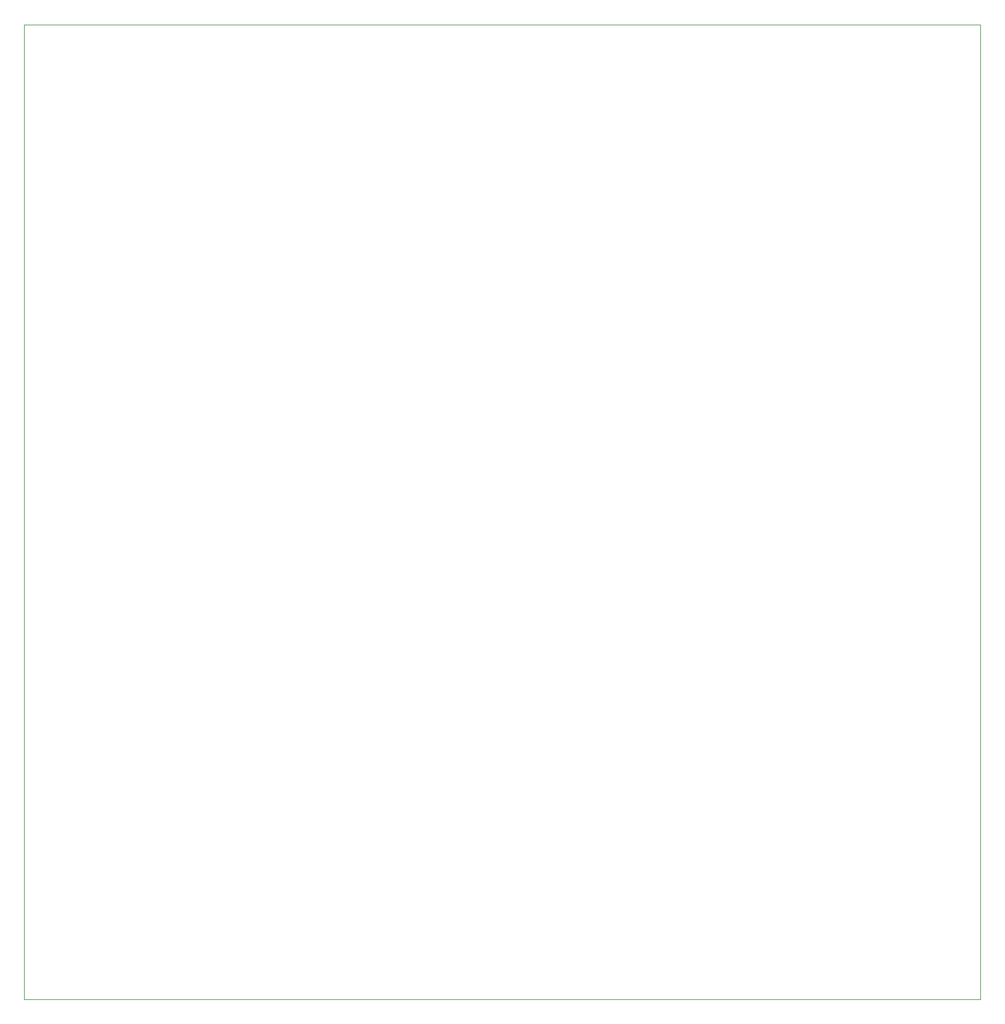
<source format=gko>
G04 #@! TF.FileFunction,Profile,NP*
%FSLAX46Y46*%
G04 Gerber Fmt 4.6, Leading zero omitted, Abs format (unit mm)*
G04 Created by KiCad (PCBNEW (2015-01-16 BZR 5376)-product) date 3/26/2015 6:18:59 PM*
%MOMM*%
G01*
G04 APERTURE LIST*
%ADD10C,0.100000*%
G04 APERTURE END LIST*
D10*
X22860000Y-33020000D02*
X157480000Y-33020000D01*
X22860000Y-170180000D02*
X22860000Y-33020000D01*
X157480000Y-170180000D02*
X22860000Y-170180000D01*
X157480000Y-33020000D02*
X157480000Y-170180000D01*
X157480000Y-170180000D02*
X157480000Y-33020000D01*
X22860000Y-170180000D02*
X157480000Y-170180000D01*
M02*

</source>
